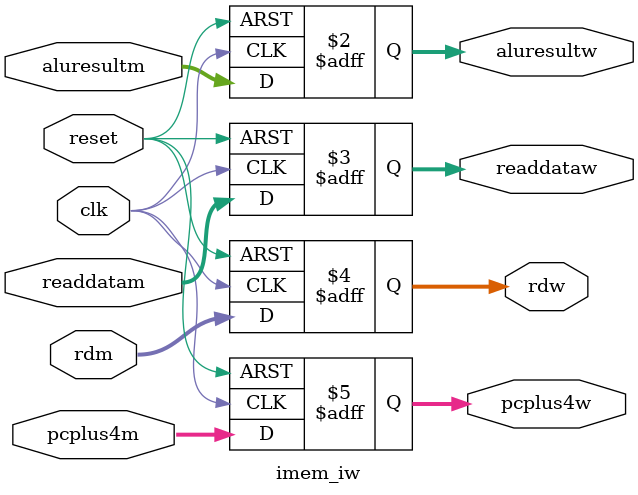
<source format=v>
module imem_iw(
  input             clk,
  input             reset,
  input      [31:0] aluresultm,
  input      [31:0] readdatam,
  input      [4:0]  rdm,
  input      [31:0] pcplus4m,
  output reg [31:0] aluresultw,
  output reg [31:0] readdataw,
  output reg [4:0]  rdw,
  output reg [31:0] pcplus4w
);

  always @(posedge clk or posedge reset) begin
    if (reset) begin
      aluresultw <= 0;
      readdataw  <= 0;
      rdw        <= 0;
      pcplus4w   <= 0;
    end
    else begin
      aluresultw <= aluresultm;
      readdataw  <= readdatam;
      rdw        <= rdm;
      pcplus4w   <= pcplus4m;
    end
  end

endmodule

</source>
